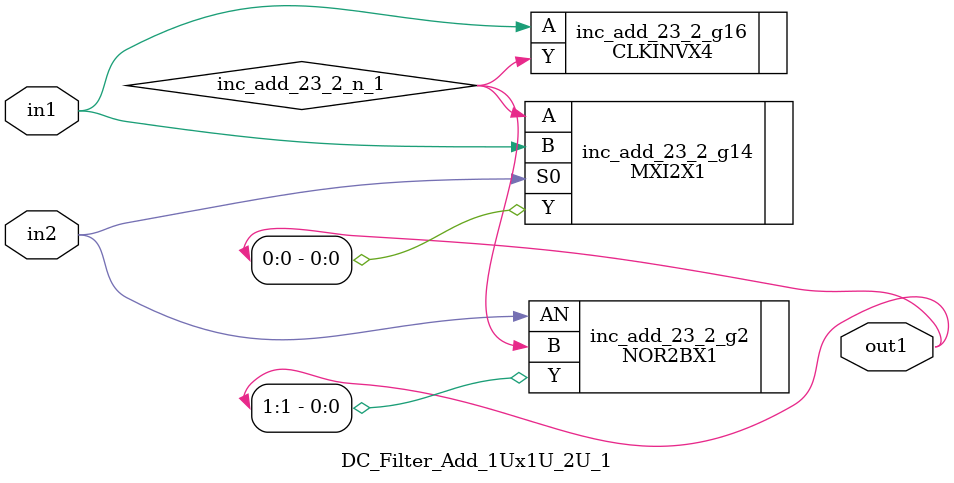
<source format=v>
`timescale 1ps / 1ps


module DC_Filter_Add_1Ux1U_2U_1(in2, in1, out1);
  input in2, in1;
  output [1:0] out1;
  wire in2, in1;
  wire [1:0] out1;
  wire inc_add_23_2_n_1;
  MXI2X1 inc_add_23_2_g14(.A (inc_add_23_2_n_1), .B (in1), .S0 (in2),
       .Y (out1[0]));
  CLKINVX4 inc_add_23_2_g16(.A (in1), .Y (inc_add_23_2_n_1));
  NOR2BX1 inc_add_23_2_g2(.AN (in2), .B (inc_add_23_2_n_1), .Y
       (out1[1]));
endmodule



</source>
